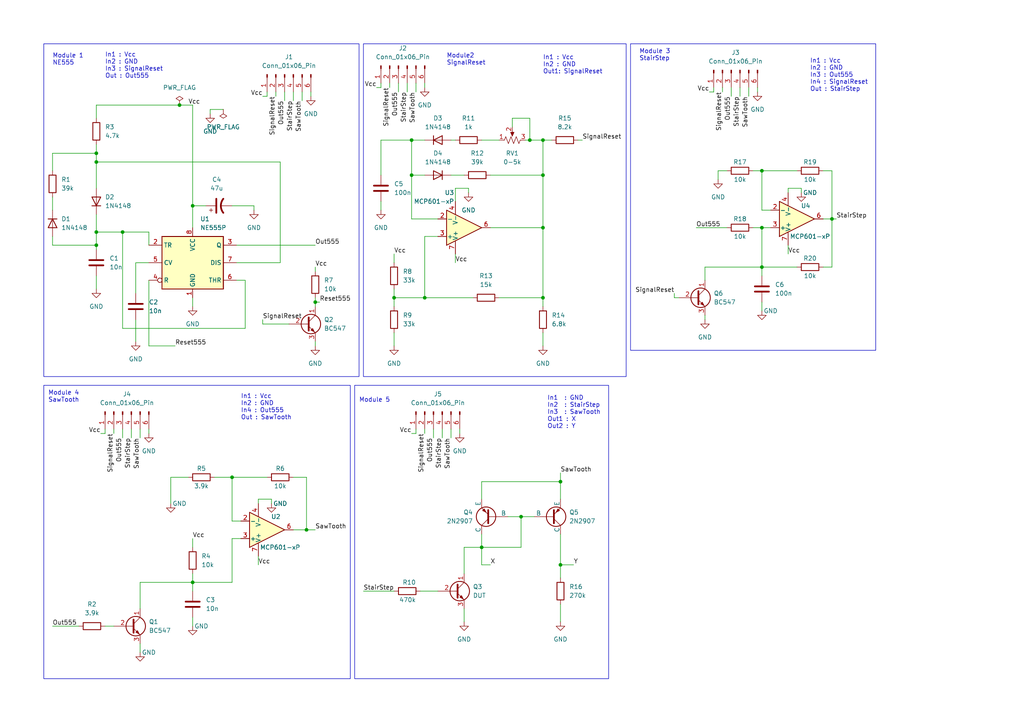
<source format=kicad_sch>
(kicad_sch (version 20230121) (generator eeschema)
  (paper "A4")
  (lib_symbols
    (symbol "Amplifier_Operational:MCP601-xP" (pin_names (offset 0.127))
      (property "Reference" "U" (at 0 6.35 0))
      (property "Value" "MCP601-xP" (at 0 3.81 0))
      (symbol "MCP601-xP_0_1"
        (polyline (pts (xy -5.08 5.08) (xy 5.08 0) (xy -5.08 -5.08) (xy -5.08 5.08)) (stroke (width 0.254)) (fill (type background)))
      )
      (symbol "MCP601-xP_1_1"
        (pin no_connect line (at -5.08 -2.54 90) (length 2.54) hide (name "NC") (number "1"))
        (pin input line (at -7.62 -2.54 0) (length 2.54) (name "-") (number "2"))
        (pin input line (at -7.62 2.54 0) (length 2.54) (name "+") (number "3"))
        (pin power_in line (at -2.54 -7.62 90) (length 3.81) (name "V-") (number "4"))
        (pin no_connect line (at -2.54 -2.54 90) (length 2.54) hide (name "NC") (number "5"))
        (pin output line (at 7.62 0 180) (length 2.54) (name "~") (number "6"))
        (pin power_in line (at -2.54 7.62 270) (length 3.81) (name "V+") (number "7"))
        (pin no_connect line (at 0 -2.54 90) (length 2.54) hide (name "NC") (number "8"))
      )
    )
    (symbol "Connector:Conn_01x06_Pin" (pin_names (offset 1.016) hide)
      (property "Reference" "J" (at 0 7.62 0))
      (property "Value" "Conn_01x06_Pin" (at 0 -10.16 0))
      (symbol "Conn_01x06_Pin_1_1"
        (polyline (pts (xy 1.27 -7.62) (xy 0.8636 -7.62)) (stroke (width 0.1524)))
        (polyline (pts (xy 1.27 -5.08) (xy 0.8636 -5.08)) (stroke (width 0.1524)))
        (polyline (pts (xy 1.27 -2.54) (xy 0.8636 -2.54)) (stroke (width 0.1524)))
        (polyline (pts (xy 1.27 0) (xy 0.8636 0)) (stroke (width 0.1524)))
        (polyline (pts (xy 1.27 2.54) (xy 0.8636 2.54)) (stroke (width 0.1524)))
        (polyline (pts (xy 1.27 5.08) (xy 0.8636 5.08)) (stroke (width 0.1524)))
        (rectangle (start 0.8636 -7.493) (end 0 -7.747) (stroke (width 0.1524)) (fill (type outline)))
        (rectangle (start 0.8636 -4.953) (end 0 -5.207) (stroke (width 0.1524)) (fill (type outline)))
        (rectangle (start 0.8636 -2.413) (end 0 -2.667) (stroke (width 0.1524)) (fill (type outline)))
        (rectangle (start 0.8636 0.127) (end 0 -0.127) (stroke (width 0.1524)) (fill (type outline)))
        (rectangle (start 0.8636 2.667) (end 0 2.413) (stroke (width 0.1524)) (fill (type outline)))
        (rectangle (start 0.8636 5.207) (end 0 4.953) (stroke (width 0.1524)) (fill (type outline)))
        (pin passive line (at 5.08 5.08 180) (length 3.81) (name "Pin_1") (number "1"))
        (pin passive line (at 5.08 2.54 180) (length 3.81) (name "Pin_2") (number "2"))
        (pin passive line (at 5.08 0 180) (length 3.81) (name "Pin_3") (number "3"))
        (pin passive line (at 5.08 -2.54 180) (length 3.81) (name "Pin_4") (number "4"))
        (pin passive line (at 5.08 -5.08 180) (length 3.81) (name "Pin_5") (number "5"))
        (pin passive line (at 5.08 -7.62 180) (length 3.81) (name "Pin_6") (number "6"))
      )
    )
    (symbol "Device:C" (pin_numbers hide) (pin_names (offset 0.254))
      (property "Reference" "C" (at 0.635 2.54 0))
      (property "Value" "C" (at 0.635 -2.54 0))
      (symbol "C_0_1"
        (polyline (pts (xy -2.032 -0.762) (xy 2.032 -0.762)) (stroke (width 0.508)))
        (polyline (pts (xy -2.032 0.762) (xy 2.032 0.762)) (stroke (width 0.508)))
      )
      (symbol "C_1_1"
        (pin passive line (at 0 3.81 270) (length 2.794) (name "~") (number "1"))
        (pin passive line (at 0 -3.81 90) (length 2.794) (name "~") (number "2"))
      )
    )
    (symbol "Device:C_Polarized_US" (pin_numbers hide) (pin_names (offset 0.254) hide)
      (property "Reference" "C" (at 0.635 2.54 0))
      (property "Value" "C_Polarized_US" (at 0.635 -2.54 0))
      (symbol "C_Polarized_US_0_1"
        (polyline (pts (xy -2.032 0.762) (xy 2.032 0.762)) (stroke (width 0.508)))
        (polyline (pts (xy -1.778 2.286) (xy -0.762 2.286)))
        (polyline (pts (xy -1.27 1.778) (xy -1.27 2.794)))
        (arc (start 2.032 -1.27) (mid 0 -0.5572) (end -2.032 -1.27) (stroke (width 0.508)))
      )
      (symbol "C_Polarized_US_1_1"
        (pin passive line (at 0 3.81 270) (length 2.794) (name "~") (number "1"))
        (pin passive line (at 0 -3.81 90) (length 3.302) (name "~") (number "2"))
      )
    )
    (symbol "Device:D" (pin_numbers hide) (pin_names (offset 1.016) hide)
      (property "Reference" "D" (at 0 2.54 0))
      (property "Value" "D" (at 0 -2.54 0))
      (symbol "D_0_1"
        (polyline (pts (xy -1.27 1.27) (xy -1.27 -1.27)) (stroke (width 0.254)))
        (polyline (pts (xy 1.27 0) (xy -1.27 0)))
        (polyline (pts (xy 1.27 1.27) (xy 1.27 -1.27) (xy -1.27 0) (xy 1.27 1.27)) (stroke (width 0.254)))
      )
      (symbol "D_1_1"
        (pin passive line (at -3.81 0 0) (length 2.54) (name "K") (number "1"))
        (pin passive line (at 3.81 0 180) (length 2.54) (name "A") (number "2"))
      )
    )
    (symbol "Device:R" (pin_numbers hide) (pin_names (offset 0))
      (property "Reference" "R" (at 2.032 0 90))
      (property "Value" "R" (at 0 0 90))
      (symbol "R_0_1"
        (rectangle (start -1.016 -2.54) (end 1.016 2.54) (stroke (width 0.254)))
      )
      (symbol "R_1_1"
        (pin passive line (at 0 3.81 270) (length 1.27) (name "~") (number "1"))
        (pin passive line (at 0 -3.81 90) (length 1.27) (name "~") (number "2"))
      )
    )
    (symbol "Device:R_Potentiometer_US" (pin_names (offset 1.016) hide)
      (property "Reference" "RV" (at -4.445 0 90))
      (property "Value" "R_Potentiometer_US" (at -2.54 0 90))
      (symbol "R_Potentiometer_US_0_1"
        (polyline (pts (xy 0 -2.286) (xy 0 -2.54)))
        (polyline (pts (xy 0 2.54) (xy 0 2.286)))
        (polyline (pts (xy 2.54 0) (xy 1.524 0)))
        (polyline (pts (xy 1.143 0) (xy 2.286 0.508) (xy 2.286 -0.508) (xy 1.143 0)) (fill (type outline)))
        (polyline (pts (xy 0 -0.762) (xy 1.016 -1.143) (xy 0 -1.524) (xy -1.016 -1.905) (xy 0 -2.286)))
        (polyline (pts (xy 0 0.762) (xy 1.016 0.381) (xy 0 0) (xy -1.016 -0.381) (xy 0 -0.762)))
        (polyline (pts (xy 0 2.286) (xy 1.016 1.905) (xy 0 1.524) (xy -1.016 1.143) (xy 0 0.762)))
      )
      (symbol "R_Potentiometer_US_1_1"
        (pin passive line (at 0 3.81 270) (length 1.27) (name "1") (number "1"))
        (pin passive line (at 3.81 0 180) (length 1.27) (name "2") (number "2"))
        (pin passive line (at 0 -3.81 90) (length 1.27) (name "3") (number "3"))
      )
    )
    (symbol "Simulation_SPICE:PNP" (pin_numbers hide) (pin_names (offset 0))
      (property "Reference" "Q" (at -2.54 7.62 0))
      (property "Value" "PNP" (at -2.54 5.08 0))
      (symbol "PNP_0_1"
        (polyline (pts (xy -2.54 0) (xy 0.635 0)) (stroke (width 0.1524)))
        (polyline (pts (xy 0.635 0.635) (xy 2.54 2.54)))
        (polyline (pts (xy 0.635 -0.635) (xy 2.54 -2.54) (xy 2.54 -2.54)))
        (polyline (pts (xy 0.635 1.905) (xy 0.635 -1.905) (xy 0.635 -1.905)) (stroke (width 0.508)))
        (polyline (pts (xy 2.286 -1.778) (xy 1.778 -2.286) (xy 1.27 -1.27) (xy 2.286 -1.778) (xy 2.286 -1.778)) (fill (type outline)))
        (circle (center 1.27 0) (radius 2.8194) (stroke (width 0.254)))
      )
      (symbol "PNP_1_1"
        (pin open_collector line (at 2.54 5.08 270) (length 2.54) (name "C") (number "1"))
        (pin input line (at -5.08 0 0) (length 2.54) (name "B") (number "2"))
        (pin open_emitter line (at 2.54 -5.08 90) (length 2.54) (name "E") (number "3"))
      )
    )
    (symbol "Timer:NE555P"
      (property "Reference" "U" (at -10.16 8.89 0))
      (property "Value" "NE555P" (at 2.54 8.89 0))
      (symbol "NE555P_0_0"
        (pin power_in line (at 0 -10.16 90) (length 2.54) (name "GND") (number "1"))
        (pin power_in line (at 0 10.16 270) (length 2.54) (name "VCC") (number "8"))
      )
      (symbol "NE555P_0_1"
        (rectangle (start -8.89 -7.62) (end 8.89 7.62) (stroke (width 0.254)) (fill (type background)))
        (rectangle (start -8.89 -7.62) (end 8.89 7.62) (stroke (width 0.254)) (fill (type background)))
      )
      (symbol "NE555P_1_1"
        (pin input line (at -12.7 5.08 0) (length 3.81) (name "TR") (number "2"))
        (pin output line (at 12.7 5.08 180) (length 3.81) (name "Q") (number "3"))
        (pin input inverted (at -12.7 -5.08 0) (length 3.81) (name "R") (number "4"))
        (pin input line (at -12.7 0 0) (length 3.81) (name "CV") (number "5"))
        (pin input line (at 12.7 -5.08 180) (length 3.81) (name "THR") (number "6"))
        (pin input line (at 12.7 0 180) (length 3.81) (name "DIS") (number "7"))
      )
    )
    (symbol "Transistor_BJT:BC547" (pin_names (offset 0) hide)
      (property "Reference" "Q" (at 5.08 1.905 0))
      (property "Value" "BC547" (at 5.08 0 0))
      (symbol "BC547_0_1"
        (polyline (pts (xy 0 0) (xy 0.635 0)))
        (polyline (pts (xy 0.635 0.635) (xy 2.54 2.54)))
        (polyline (pts (xy 0.635 -0.635) (xy 2.54 -2.54) (xy 2.54 -2.54)))
        (polyline (pts (xy 0.635 1.905) (xy 0.635 -1.905) (xy 0.635 -1.905)) (stroke (width 0.508)))
        (polyline (pts (xy 1.27 -1.778) (xy 1.778 -1.27) (xy 2.286 -2.286) (xy 1.27 -1.778) (xy 1.27 -1.778)) (fill (type outline)))
        (circle (center 1.27 0) (radius 2.8194) (stroke (width 0.254)))
      )
      (symbol "BC547_1_1"
        (pin passive line (at 2.54 5.08 270) (length 2.54) (name "C") (number "1"))
        (pin input line (at -5.08 0 0) (length 5.08) (name "B") (number "2"))
        (pin passive line (at 2.54 -5.08 90) (length 2.54) (name "E") (number "3"))
      )
    )
    (symbol "power:GND" (power) (pin_names (offset 0))
      (property "Value" "GND" (at 0 -3.81 0))
      (symbol "GND_0_1"
        (polyline (pts (xy 0 0) (xy 0 -1.27) (xy 1.27 -1.27) (xy 0 -2.54) (xy -1.27 -1.27) (xy 0 -1.27)))
      )
      (symbol "GND_1_1"
        (pin power_in line (at 0 0 270) (length 0) hide (name "GND") (number "1"))
      )
    )
    (symbol "power:PWR_FLAG" (power) (pin_numbers hide) (pin_names (offset 0) hide)
      (property "Value" "PWR_FLAG" (at 0 3.81 0))
      (symbol "PWR_FLAG_0_0"
        (pin power_out line (at 0 0 90) (length 0) (name "pwr") (number "1"))
      )
      (symbol "PWR_FLAG_0_1"
        (polyline (pts (xy 0 0) (xy 0 1.27) (xy -1.016 1.905) (xy 0 2.54) (xy 1.016 1.905) (xy 0 1.27)))
      )
    )
  )
  (junction (at 67.31 138.43))
  (junction (at 55.88 168.91))
  (junction (at 153.67 40.64))
  (junction (at 151.13 149.86))
  (junction (at 139.7 158.75))
  (junction (at 220.98 66.04))
  (junction (at 114.3 86.36))
  (junction (at 157.48 66.04))
  (junction (at 119.38 40.64))
  (junction (at 27.94 46.99))
  (junction (at 91.44 87.63))
  (junction (at 157.48 50.8))
  (junction (at 119.38 50.8))
  (junction (at 220.98 77.47))
  (junction (at 220.98 49.53))
  (junction (at 52.07 30.48))
  (junction (at 123.19 86.36))
  (junction (at 162.56 163.83))
  (junction (at 241.3 63.5))
  (junction (at 55.88 59.69))
  (junction (at 27.94 71.12))
  (junction (at 162.56 139.7))
  (junction (at 35.56 67.31))
  (junction (at 88.9 153.67))
  (junction (at 157.48 40.64))
  (junction (at 27.94 44.45))
  (junction (at 27.94 67.31))
  (junction (at 157.48 86.36))
  (wire (pts (xy 30.48 181.61) (xy 33.02 181.61)))
  (wire (pts (xy 210.82 49.53) (xy 208.28 49.53)))
  (wire (pts (xy 114.3 86.36) (xy 114.3 88.9)))
  (wire (pts (xy 123.19 24.13) (xy 123.19 25.4)))
  (wire (pts (xy 30.48 125.73) (xy 29.21 125.73)))
  (wire (pts (xy 105.41 171.45) (xy 114.3 171.45)))
  (wire (pts (xy 220.98 49.53) (xy 220.98 60.96)))
  (wire (pts (xy 132.08 58.42) (xy 132.08 54.61)))
  (wire (pts (xy 139.7 40.64) (xy 144.78 40.64)))
  (wire (pts (xy 127 68.58) (xy 123.19 68.58)))
  (wire (pts (xy 241.3 63.5) (xy 242.57 63.5)))
  (wire (pts (xy 212.09 25.4) (xy 212.09 27.94)))
  (wire (pts (xy 162.56 163.83) (xy 162.56 167.64)))
  (wire (pts (xy 123.19 124.46) (xy 123.19 125.73)))
  (wire (pts (xy 85.09 138.43) (xy 88.9 138.43)))
  (wire (pts (xy 76.2 92.71) (xy 76.2 93.98)))
  (wire (pts (xy 27.94 67.31) (xy 27.94 71.12)))
  (wire (pts (xy 91.44 77.47) (xy 91.44 78.74)))
  (wire (pts (xy 35.56 67.31) (xy 35.56 95.25)))
  (wire (pts (xy 27.94 71.12) (xy 27.94 72.39)))
  (wire (pts (xy 67.31 156.21) (xy 67.31 168.91)))
  (wire (pts (xy 218.44 66.04) (xy 220.98 66.04)))
  (wire (pts (xy 223.52 60.96) (xy 220.98 60.96)))
  (wire (pts (xy 119.38 50.8) (xy 123.19 50.8)))
  (wire (pts (xy 135.89 54.61) (xy 135.89 55.88)))
  (wire (pts (xy 55.88 59.69) (xy 55.88 66.04)))
  (wire (pts (xy 139.7 139.7) (xy 162.56 139.7)))
  (wire (pts (xy 90.17 26.67) (xy 90.17 27.94)))
  (wire (pts (xy 139.7 144.78) (xy 139.7 139.7)))
  (wire (pts (xy 152.4 40.64) (xy 153.67 40.64)))
  (wire (pts (xy 162.56 137.16) (xy 162.56 139.7)))
  (wire (pts (xy 68.58 81.28) (xy 71.12 81.28)))
  (wire (pts (xy 73.66 59.69) (xy 73.66 60.96)))
  (wire (pts (xy 27.94 44.45) (xy 27.94 46.99)))
  (wire (pts (xy 80.01 26.67) (xy 80.01 27.94)))
  (wire (pts (xy 204.47 91.44) (xy 204.47 92.71)))
  (wire (pts (xy 78.74 144.78) (xy 78.74 146.05)))
  (wire (pts (xy 162.56 139.7) (xy 162.56 144.78)))
  (wire (pts (xy 162.56 163.83) (xy 166.37 163.83)))
  (wire (pts (xy 209.55 25.4) (xy 209.55 26.67)))
  (wire (pts (xy 241.3 63.5) (xy 241.3 77.47)))
  (wire (pts (xy 132.08 54.61) (xy 135.89 54.61)))
  (wire (pts (xy 64.77 31.75) (xy 60.96 31.75)))
  (wire (pts (xy 148.59 36.83) (xy 148.59 34.29)))
  (wire (pts (xy 88.9 153.67) (xy 91.44 153.67)))
  (wire (pts (xy 39.37 76.2) (xy 39.37 85.09)))
  (wire (pts (xy 130.81 124.46) (xy 130.81 127)))
  (wire (pts (xy 88.9 138.43) (xy 88.9 153.67)))
  (wire (pts (xy 27.94 41.91) (xy 27.94 44.45)))
  (wire (pts (xy 120.65 124.46) (xy 120.65 125.73)))
  (wire (pts (xy 123.19 86.36) (xy 137.16 86.36)))
  (wire (pts (xy 55.88 30.48) (xy 55.88 59.69)))
  (wire (pts (xy 43.18 100.33) (xy 43.18 81.28)))
  (wire (pts (xy 195.58 85.09) (xy 195.58 86.36)))
  (wire (pts (xy 110.49 24.13) (xy 110.49 25.4)))
  (wire (pts (xy 27.94 46.99) (xy 81.28 46.99)))
  (wire (pts (xy 62.23 138.43) (xy 67.31 138.43)))
  (wire (pts (xy 52.07 30.48) (xy 55.88 30.48)))
  (wire (pts (xy 77.47 26.67) (xy 77.47 27.94)))
  (wire (pts (xy 157.48 40.64) (xy 160.02 40.64)))
  (wire (pts (xy 35.56 67.31) (xy 43.18 67.31)))
  (wire (pts (xy 35.56 95.25) (xy 71.12 95.25)))
  (wire (pts (xy 220.98 87.63) (xy 220.98 90.17)))
  (wire (pts (xy 115.57 24.13) (xy 115.57 26.67)))
  (wire (pts (xy 91.44 86.36) (xy 91.44 87.63)))
  (wire (pts (xy 214.63 25.4) (xy 214.63 27.94)))
  (wire (pts (xy 125.73 124.46) (xy 125.73 127)))
  (wire (pts (xy 218.44 49.53) (xy 220.98 49.53)))
  (wire (pts (xy 128.27 124.46) (xy 128.27 127)))
  (wire (pts (xy 91.44 87.63) (xy 92.71 87.63)))
  (wire (pts (xy 67.31 138.43) (xy 77.47 138.43)))
  (wire (pts (xy 241.3 49.53) (xy 241.3 63.5)))
  (wire (pts (xy 120.65 125.73) (xy 119.38 125.73)))
  (wire (pts (xy 232.41 54.61) (xy 232.41 55.88)))
  (wire (pts (xy 35.56 124.46) (xy 35.56 127)))
  (wire (pts (xy 113.03 24.13) (xy 113.03 25.4)))
  (wire (pts (xy 74.93 146.05) (xy 74.93 144.78)))
  (wire (pts (xy 69.85 151.13) (xy 67.31 151.13)))
  (wire (pts (xy 207.01 26.67) (xy 205.74 26.67)))
  (wire (pts (xy 114.3 96.52) (xy 114.3 100.33)))
  (wire (pts (xy 144.78 86.36) (xy 157.48 86.36)))
  (wire (pts (xy 15.24 57.15) (xy 15.24 60.96)))
  (wire (pts (xy 220.98 66.04) (xy 220.98 77.47)))
  (wire (pts (xy 228.6 54.61) (xy 232.41 54.61)))
  (wire (pts (xy 110.49 50.8) (xy 110.49 40.64)))
  (wire (pts (xy 121.92 171.45) (xy 127 171.45)))
  (wire (pts (xy 207.01 25.4) (xy 207.01 26.67)))
  (wire (pts (xy 154.94 149.86) (xy 151.13 149.86)))
  (wire (pts (xy 119.38 40.64) (xy 123.19 40.64)))
  (wire (pts (xy 67.31 138.43) (xy 67.31 151.13)))
  (wire (pts (xy 71.12 81.28) (xy 71.12 95.25)))
  (wire (pts (xy 55.88 156.21) (xy 55.88 158.75)))
  (wire (pts (xy 132.08 73.66) (xy 132.08 76.2)))
  (wire (pts (xy 15.24 71.12) (xy 27.94 71.12)))
  (wire (pts (xy 40.64 176.53) (xy 40.64 168.91)))
  (wire (pts (xy 139.7 154.94) (xy 139.7 158.75)))
  (wire (pts (xy 134.62 158.75) (xy 139.7 158.75)))
  (wire (pts (xy 68.58 76.2) (xy 81.28 76.2)))
  (wire (pts (xy 147.32 149.86) (xy 151.13 149.86)))
  (wire (pts (xy 118.11 24.13) (xy 118.11 26.67)))
  (wire (pts (xy 110.49 25.4) (xy 109.22 25.4)))
  (wire (pts (xy 114.3 73.66) (xy 114.3 76.2)))
  (wire (pts (xy 67.31 168.91) (xy 55.88 168.91)))
  (wire (pts (xy 39.37 92.71) (xy 39.37 99.06)))
  (wire (pts (xy 134.62 176.53) (xy 134.62 180.34)))
  (wire (pts (xy 119.38 50.8) (xy 119.38 40.64)))
  (wire (pts (xy 74.93 161.29) (xy 74.93 163.83)))
  (wire (pts (xy 43.18 100.33) (xy 50.8 100.33)))
  (wire (pts (xy 134.62 166.37) (xy 134.62 158.75)))
  (wire (pts (xy 157.48 40.64) (xy 157.48 50.8)))
  (wire (pts (xy 77.47 27.94) (xy 76.2 27.94)))
  (wire (pts (xy 49.53 138.43) (xy 54.61 138.43)))
  (wire (pts (xy 91.44 87.63) (xy 91.44 88.9)))
  (wire (pts (xy 220.98 77.47) (xy 220.98 80.01)))
  (wire (pts (xy 27.94 46.99) (xy 27.94 54.61)))
  (wire (pts (xy 15.24 68.58) (xy 15.24 71.12)))
  (wire (pts (xy 91.44 99.06) (xy 91.44 100.33)))
  (wire (pts (xy 148.59 34.29) (xy 153.67 34.29)))
  (wire (pts (xy 219.71 25.4) (xy 219.71 26.67)))
  (wire (pts (xy 204.47 77.47) (xy 204.47 81.28)))
  (wire (pts (xy 238.76 77.47) (xy 241.3 77.47)))
  (wire (pts (xy 82.55 26.67) (xy 82.55 29.21)))
  (wire (pts (xy 238.76 49.53) (xy 241.3 49.53)))
  (wire (pts (xy 15.24 181.61) (xy 22.86 181.61)))
  (wire (pts (xy 228.6 71.12) (xy 228.6 73.66)))
  (wire (pts (xy 30.48 124.46) (xy 30.48 125.73)))
  (wire (pts (xy 139.7 158.75) (xy 139.7 163.83)))
  (wire (pts (xy 110.49 58.42) (xy 110.49 60.96)))
  (wire (pts (xy 127 63.5) (xy 119.38 63.5)))
  (wire (pts (xy 114.3 86.36) (xy 123.19 86.36)))
  (wire (pts (xy 130.81 50.8) (xy 134.62 50.8)))
  (wire (pts (xy 85.09 26.67) (xy 85.09 29.21)))
  (wire (pts (xy 76.2 93.98) (xy 83.82 93.98)))
  (wire (pts (xy 162.56 175.26) (xy 162.56 180.34)))
  (wire (pts (xy 142.24 50.8) (xy 157.48 50.8)))
  (wire (pts (xy 55.88 86.36) (xy 55.88 88.9)))
  (wire (pts (xy 43.18 76.2) (xy 39.37 76.2)))
  (wire (pts (xy 55.88 168.91) (xy 55.88 171.45)))
  (wire (pts (xy 208.28 49.53) (xy 208.28 52.07)))
  (wire (pts (xy 27.94 34.29) (xy 27.94 30.48)))
  (wire (pts (xy 43.18 124.46) (xy 43.18 125.73)))
  (wire (pts (xy 195.58 86.36) (xy 196.85 86.36)))
  (wire (pts (xy 110.49 40.64) (xy 119.38 40.64)))
  (wire (pts (xy 142.24 66.04) (xy 157.48 66.04)))
  (wire (pts (xy 157.48 66.04) (xy 157.48 86.36)))
  (wire (pts (xy 67.31 59.69) (xy 73.66 59.69)))
  (wire (pts (xy 69.85 156.21) (xy 67.31 156.21)))
  (wire (pts (xy 217.17 25.4) (xy 217.17 27.94)))
  (wire (pts (xy 228.6 55.88) (xy 228.6 54.61)))
  (wire (pts (xy 40.64 124.46) (xy 40.64 127)))
  (wire (pts (xy 59.69 59.69) (xy 55.88 59.69)))
  (wire (pts (xy 27.94 62.23) (xy 27.94 67.31)))
  (wire (pts (xy 133.35 124.46) (xy 133.35 125.73)))
  (wire (pts (xy 120.65 24.13) (xy 120.65 26.67)))
  (wire (pts (xy 142.24 163.83) (xy 139.7 163.83)))
  (wire (pts (xy 74.93 144.78) (xy 78.74 144.78)))
  (wire (pts (xy 49.53 146.05) (xy 49.53 138.43)))
  (wire (pts (xy 139.7 158.75) (xy 151.13 158.75)))
  (wire (pts (xy 162.56 154.94) (xy 162.56 163.83)))
  (wire (pts (xy 55.88 166.37) (xy 55.88 168.91)))
  (wire (pts (xy 167.64 40.64) (xy 168.91 40.64)))
  (wire (pts (xy 38.1 124.46) (xy 38.1 127)))
  (wire (pts (xy 157.48 50.8) (xy 157.48 66.04)))
  (wire (pts (xy 27.94 80.01) (xy 27.94 83.82)))
  (wire (pts (xy 151.13 149.86) (xy 151.13 158.75)))
  (wire (pts (xy 33.02 124.46) (xy 33.02 125.73)))
  (wire (pts (xy 81.28 76.2) (xy 81.28 46.99)))
  (wire (pts (xy 220.98 66.04) (xy 223.52 66.04)))
  (wire (pts (xy 43.18 71.12) (xy 43.18 67.31)))
  (wire (pts (xy 27.94 30.48) (xy 52.07 30.48)))
  (wire (pts (xy 231.14 77.47) (xy 220.98 77.47)))
  (wire (pts (xy 114.3 83.82) (xy 114.3 86.36)))
  (wire (pts (xy 55.88 179.07) (xy 55.88 181.61)))
  (wire (pts (xy 220.98 49.53) (xy 231.14 49.53)))
  (wire (pts (xy 130.81 40.64) (xy 132.08 40.64)))
  (wire (pts (xy 157.48 88.9) (xy 157.48 86.36)))
  (wire (pts (xy 27.94 67.31) (xy 35.56 67.31)))
  (wire (pts (xy 68.58 71.12) (xy 91.44 71.12)))
  (wire (pts (xy 85.09 153.67) (xy 88.9 153.67)))
  (wire (pts (xy 60.96 31.75) (xy 60.96 33.02)))
  (wire (pts (xy 15.24 49.53) (xy 15.24 44.45)))
  (wire (pts (xy 40.64 186.69) (xy 40.64 189.23)))
  (wire (pts (xy 153.67 34.29) (xy 153.67 40.64)))
  (wire (pts (xy 119.38 63.5) (xy 119.38 50.8)))
  (wire (pts (xy 153.67 40.64) (xy 157.48 40.64)))
  (wire (pts (xy 201.93 66.04) (xy 210.82 66.04)))
  (wire (pts (xy 157.48 96.52) (xy 157.48 100.33)))
  (wire (pts (xy 40.64 168.91) (xy 55.88 168.91)))
  (wire (pts (xy 204.47 77.47) (xy 220.98 77.47)))
  (wire (pts (xy 238.76 63.5) (xy 241.3 63.5)))
  (wire (pts (xy 87.63 26.67) (xy 87.63 29.21)))
  (wire (pts (xy 15.24 44.45) (xy 27.94 44.45)))
  (wire (pts (xy 123.19 68.58) (xy 123.19 86.36)))
  (rectangle (start 182.88 12.7) (end 254 101.6))
  (rectangle (start 102.87 111.76) (end 176.53 196.85))
  (rectangle (start 12.7 12.7) (end 104.14 109.22))
  (rectangle (start 12.7 111.76) (end 101.6 196.85))
  (rectangle (start 105.41 12.7) (end 181.61 109.22))
  (text "Module2\nSignalReset" (at 129.54 19.05 0) (effects (font (size 1.27 1.27)) (justify left bottom)))
  (text "Module 1\nNE555" (at 15.24 19.05 0) (effects (font (size 1.27 1.27)) (justify left bottom)))
  (text "In1 : Vcc\nIn2 : GND\nIn4 : Out555\nOut : SawTooth" (at 69.85 121.92 0) (effects (font (size 1.27 1.27)) (justify left bottom)))
  (text "In1 : Vcc\nIn2 : GND\nIn3 : SignalReset\nOut : Out555" (at 30.48 22.86 0) (effects (font (size 1.27 1.27)) (justify left bottom)))
  (text "Module 5" (at 104.14 116.84 0) (effects (font (size 1.27 1.27)) (justify left bottom)))
  (text "In1  : GND\nIn2  : StairStep\nIn3  : SawTooth\nOut1 : X\nOut2 : Y" (at 158.75 124.46 0) (effects (font (size 1.27 1.27)) (justify left bottom)))
  (text "In1 : Vcc\nIn2 : GND\nIn3 : Out555\nIn4 : SignalReset\nOut : StairStep" (at 234.95 26.67 0) (effects (font (size 1.27 1.27)) (justify left bottom)))
  (text "Module 4\nSawTooth" (at 13.97 116.84 0) (effects (font (size 1.27 1.27)) (justify left bottom)))
  (text "Module 3\nStairStep" (at 185.42 17.78 0) (effects (font (size 1.27 1.27)) (justify left bottom)))
  (text "In1 : Vcc\nIn2 : GND\nOut1: SignalReset" (at 157.48 21.59 0) (effects (font (size 1.27 1.27)) (justify left bottom)))
  (label "StairStep" (at 128.27 127 270))
  (label "SawTooth" (at 87.63 29.21 270))
  (label "SignalReset" (at 195.58 85.09 180))
  (label "SignalReset" (at 123.19 125.73 270))
  (label "Vcc" (at 119.38 125.73 180))
  (label "StairStep" (at 38.1 127 270))
  (label "Vcc" (at 132.08 76.2 0))
  (label "Out555" (at 115.57 26.67 270))
  (label "StairStep" (at 105.41 171.45 0))
  (label "Y" (at 166.37 163.83 0))
  (label "Vcc" (at 91.44 77.47 0))
  (label "Reset555" (at 50.8 100.33 0))
  (label "StairStep" (at 118.11 26.67 270))
  (label "Reset555" (at 92.71 87.63 0))
  (label "SignalReset" (at 168.91 40.64 0))
  (label "SawTooth" (at 162.56 137.16 0))
  (label "SawTooth" (at 40.64 127 270))
  (label "Out555" (at 15.24 181.61 0))
  (label "Out555" (at 82.55 29.21 270))
  (label "SignalReset" (at 113.03 25.4 270))
  (label "SignalReset" (at 33.02 125.73 270))
  (label "SignalReset" (at 80.01 27.94 270))
  (label "Vcc" (at 76.2 27.94 180))
  (label "Out555" (at 35.56 127 270))
  (label "Vcc" (at 205.74 26.67 180))
  (label "Vcc" (at 114.3 73.66 0))
  (label "SawTooth" (at 91.44 153.67 0))
  (label "Vcc" (at 54.61 30.48 0))
  (label "X" (at 142.24 163.83 0))
  (label "StairStep" (at 214.63 27.94 270))
  (label "Out555" (at 125.73 127 270))
  (label "Vcc" (at 228.6 73.66 0))
  (label "StairStep" (at 242.57 63.5 0))
  (label "Out555" (at 91.44 71.12 0))
  (label "SignalReset" (at 209.55 26.67 270))
  (label "Out555" (at 201.93 66.04 0))
  (label "Vcc" (at 55.88 156.21 0))
  (label "Vcc" (at 29.21 125.73 180))
  (label "Out555" (at 212.09 27.94 270))
  (label "SawTooth" (at 130.81 127 270))
  (label "Vcc" (at 109.22 25.4 180))
  (label "SawTooth" (at 120.65 26.67 270))
  (label "StairStep" (at 85.09 29.21 270))
  (label "SawTooth" (at 217.17 27.94 270))
  (label "SignalReset" (at 76.2 92.71 0))
  (label "Vcc" (at 74.93 163.83 0))
  (symbol (lib_id "Device:R") (at 15.24 53.34 0) (unit 1)
    (property "Reference" "R1" (at 17.78 52.07 0) (effects (justify left)))
    (property "Value" "39k" (at 17.78 54.61 0) (effects (justify left)))
    (property "Footprint" "Resistor_THT:R_Axial_DIN0411_L9.9mm_D3.6mm_P15.24mm_Horizontal" (effects hide))
  )
  (symbol (lib_id "power:GND") (at 220.98 90.17 0) (unit 1)
    (property "Reference" "#PWR025" (effects hide))
    (property "Value" "GND" (at 223.52 90.17 0))
  )
  (symbol (lib_id "power:GND") (at 110.49 60.96 0) (unit 1)
    (property "Reference" "#PWR014" (effects hide))
    (property "Value" "GND" (at 110.49 66.04 0))
  )
  (symbol (lib_id "Simulation_SPICE:PNP") (at 160.02 149.86 0) (mirror x) (unit 1)
    (property "Reference" "Q5" (at 165.1 148.59 0) (effects (justify left)))
    (property "Value" "2N2907" (at 165.1 151.13 0) (effects (justify left)))
    (property "Footprint" "Package_TO_SOT_THT:TO-92_Inline" (effects hide))
    (property "Sim.Device" "PNP" (effects hide))
    (property "Sim.Type" "GUMMELPOON" (effects hide))
    (property "Sim.Pins" "1=C 2=B 3=E" (effects hide))
  )
  (symbol (lib_id "power:GND") (at 114.3 100.33 0) (unit 1)
    (property "Reference" "#PWR015" (effects hide))
    (property "Value" "GND" (at 114.3 105.41 0))
  )
  (symbol (lib_id "Device:R") (at 91.44 82.55 180) (unit 1)
    (property "Reference" "R7" (at 93.98 81.28 0) (effects (justify right)))
    (property "Value" "10k" (at 93.98 83.82 0) (effects (justify right)))
    (property "Footprint" "Resistor_THT:R_Axial_DIN0411_L9.9mm_D3.6mm_P15.24mm_Horizontal" (effects hide))
  )
  (symbol (lib_id "Amplifier_Operational:MCP601-xP") (at 231.14 63.5 0) (mirror x) (unit 1)
    (property "Reference" "U4" (at 233.68 59.69 0))
    (property "Value" "MCP601-xP" (at 234.95 68.58 0))
    (property "Footprint" "Package_DIP:DIP-8_W7.62mm" (effects hide))
    (property "Datasheet" "http://ww1.microchip.com/downloads/en/DeviceDoc/21314g.pdf" (effects hide))
  )
  (symbol (lib_id "Device:R") (at 214.63 49.53 270) (unit 1)
    (property "Reference" "R17" (at 214.63 46.99 90))
    (property "Value" "10k" (at 214.63 52.07 90))
    (property "Footprint" "Resistor_THT:R_Axial_DIN0411_L9.9mm_D3.6mm_P15.24mm_Horizontal" (effects hide))
  )
  (symbol (lib_id "Amplifier_Operational:MCP601-xP") (at 77.47 153.67 0) (mirror x) (unit 1)
    (property "Reference" "U2" (at 80.01 149.86 0))
    (property "Value" "MCP601-xP" (at 81.28 158.75 0))
    (property "Footprint" "Package_DIP:DIP-8_W7.62mm" (effects hide))
    (property "Datasheet" "http://ww1.microchip.com/downloads/en/DeviceDoc/21314g.pdf" (effects hide))
  )
  (symbol (lib_id "Device:R") (at 234.95 77.47 270) (unit 1)
    (property "Reference" "R20" (at 234.95 74.93 90))
    (property "Value" "10k" (at 234.95 80.01 90))
    (property "Footprint" "Resistor_THT:R_Axial_DIN0411_L9.9mm_D3.6mm_P15.24mm_Horizontal" (effects hide))
  )
  (symbol (lib_id "Device:R") (at 140.97 86.36 90) (unit 1)
    (property "Reference" "R13" (at 140.97 80.01 90))
    (property "Value" "15k" (at 140.97 82.55 90))
    (property "Footprint" "Resistor_THT:R_Axial_DIN0411_L9.9mm_D3.6mm_P15.24mm_Horizontal" (effects hide))
  )
  (symbol (lib_id "Device:C") (at 27.94 76.2 0) (unit 1)
    (property "Reference" "C1" (at 31.75 74.93 0) (effects (justify left)))
    (property "Value" "10n" (at 31.75 77.47 0) (effects (justify left)))
    (property "Footprint" "Capacitor_THT:C_Disc_D7.5mm_W2.5mm_P5.00mm" (effects hide))
  )
  (symbol (lib_id "power:GND") (at 60.96 33.02 0) (unit 1)
    (property "Reference" "#PWR08" (effects hide))
    (property "Value" "GND" (at 60.96 38.1 0))
  )
  (symbol (lib_id "Device:C_Polarized_US") (at 63.5 59.69 90) (unit 1)
    (property "Reference" "C4" (at 62.865 52.07 90))
    (property "Value" "47u" (at 62.865 54.61 90))
    (property "Footprint" "Capacitor_THT:CP_Radial_D13.0mm_P5.00mm" (effects hide))
  )
  (symbol (lib_id "Amplifier_Operational:MCP601-xP") (at 134.62 66.04 0) (mirror x) (unit 1)
    (property "Reference" "U3" (at 131.7341 55.88 0) (effects (justify right)))
    (property "Value" "MCP601-xP" (at 131.7341 58.42 0) (effects (justify right)))
    (property "Footprint" "Package_DIP:DIP-8_W7.62mm" (effects hide))
    (property "Datasheet" "http://ww1.microchip.com/downloads/en/DeviceDoc/21314g.pdf" (effects hide))
  )
  (symbol (lib_id "power:GND") (at 162.56 180.34 0) (unit 1)
    (property "Reference" "#PWR021" (effects hide))
    (property "Value" "GND" (at 162.56 185.42 0))
  )
  (symbol (lib_id "power:GND") (at 208.28 52.07 0) (unit 1)
    (property "Reference" "#PWR023" (effects hide))
    (property "Value" "GND" (at 208.28 57.15 0))
  )
  (symbol (lib_id "Device:R") (at 81.28 138.43 270) (unit 1)
    (property "Reference" "R6" (at 81.28 135.89 90))
    (property "Value" "10k" (at 81.28 140.97 90))
    (property "Footprint" "Resistor_THT:R_Axial_DIN0411_L9.9mm_D3.6mm_P15.24mm_Horizontal" (effects hide))
  )
  (symbol (lib_id "Device:D") (at 127 40.64 0) (unit 1)
    (property "Reference" "D3" (at 127 34.29 0))
    (property "Value" "1N4148" (at 127 36.83 0))
    (property "Footprint" "Diode_THT:D_DO-15_P15.24mm_Horizontal" (effects hide))
    (property "Sim.Device" "D" (effects hide))
    (property "Sim.Pins" "1=K 2=A" (effects hide))
  )
  (symbol (lib_id "power:GND") (at 123.19 25.4 0) (unit 1)
    (property "Reference" "#PWR016" (effects hide))
    (property "Value" "GND" (at 123.19 30.48 0))
  )
  (symbol (lib_id "Connector:Conn_01x06_Pin") (at 82.55 21.59 90) (mirror x) (unit 1)
    (property "Reference" "J1" (at 83.82 16.51 90))
    (property "Value" "Conn_01x06_Pin" (at 83.82 19.05 90))
    (property "Footprint" "Connector_PinHeader_2.54mm:PinHeader_1x06_P2.54mm_Horizontal" (effects hide))
  )
  (symbol (lib_id "Device:R") (at 163.83 40.64 90) (unit 1)
    (property "Reference" "R15" (at 163.83 34.29 90))
    (property "Value" "8.2k" (at 163.83 36.83 90))
    (property "Footprint" "Resistor_THT:R_Axial_DIN0411_L9.9mm_D3.6mm_P15.24mm_Horizontal" (effects hide))
  )
  (symbol (lib_id "power:GND") (at 204.47 92.71 0) (unit 1)
    (property "Reference" "#PWR022" (effects hide))
    (property "Value" "GND" (at 204.47 97.79 0))
  )
  (symbol (lib_id "power:GND") (at 91.44 100.33 0) (unit 1)
    (property "Reference" "#PWR013" (effects hide))
    (property "Value" "GND" (at 91.44 105.41 0))
  )
  (symbol (lib_id "Device:C") (at 110.49 54.61 0) (unit 1)
    (property "Reference" "C5" (at 114.3 53.34 0) (effects (justify left)))
    (property "Value" "100n" (at 114.3 55.88 0) (effects (justify left)))
    (property "Footprint" "Capacitor_THT:C_Disc_D7.5mm_W2.5mm_P5.00mm" (effects hide))
  )
  (symbol (lib_id "power:GND") (at 90.17 27.94 0) (unit 1)
    (property "Reference" "#PWR012" (effects hide))
    (property "Value" "GND" (at 90.17 33.02 0))
  )
  (symbol (lib_id "Device:R") (at 55.88 162.56 0) (unit 1)
    (property "Reference" "R4" (at 58.42 161.29 0) (effects (justify left)))
    (property "Value" "10k" (at 58.42 163.83 0) (effects (justify left)))
    (property "Footprint" "Resistor_THT:R_Axial_DIN0411_L9.9mm_D3.6mm_P15.24mm_Horizontal" (effects hide))
  )
  (symbol (lib_id "Device:R") (at 114.3 92.71 0) (unit 1)
    (property "Reference" "R9" (at 116.84 91.44 0) (effects (justify left)))
    (property "Value" "33k" (at 116.84 93.98 0) (effects (justify left)))
    (property "Footprint" "Resistor_THT:R_Axial_DIN0411_L9.9mm_D3.6mm_P15.24mm_Horizontal" (effects hide))
  )
  (symbol (lib_id "Device:C") (at 220.98 83.82 0) (unit 1)
    (property "Reference" "C6" (at 224.79 82.55 0) (effects (justify left)))
    (property "Value" "100n" (at 224.79 85.09 0) (effects (justify left)))
    (property "Footprint" "Capacitor_THT:C_Disc_D7.5mm_W2.5mm_P5.00mm" (effects hide))
  )
  (symbol (lib_id "power:GND") (at 134.62 180.34 0) (unit 1)
    (property "Reference" "#PWR018" (effects hide))
    (property "Value" "GND" (at 134.62 185.42 0))
  )
  (symbol (lib_id "power:GND") (at 135.89 55.88 0) (unit 1)
    (property "Reference" "#PWR019" (effects hide))
    (property "Value" "GND" (at 135.89 60.96 0))
  )
  (symbol (lib_id "Simulation_SPICE:PNP") (at 142.24 149.86 180) (unit 1)
    (property "Reference" "Q4" (at 137.16 148.59 0) (effects (justify left)))
    (property "Value" "2N2907" (at 137.16 151.13 0) (effects (justify left)))
    (property "Footprint" "Package_TO_SOT_THT:TO-92_Inline" (effects hide))
    (property "Sim.Device" "PNP" (effects hide))
    (property "Sim.Type" "GUMMELPOON" (effects hide))
    (property "Sim.Pins" "1=C 2=B 3=E" (effects hide))
  )
  (symbol (lib_id "Timer:NE555P") (at 55.88 76.2 0) (unit 1)
    (property "Reference" "U1" (at 58.0741 63.5 0) (effects (justify left)))
    (property "Value" "NE555P" (at 58.0741 66.04 0) (effects (justify left)))
    (property "Footprint" "Package_DIP:DIP-8_W7.62mm" (effects hide))
    (property "Datasheet" "http://www.ti.com/lit/ds/symlink/ne555.pdf" (effects hide))
  )
  (symbol (lib_id "Device:R") (at 138.43 50.8 90) (unit 1)
    (property "Reference" "R12" (at 138.43 44.45 90))
    (property "Value" "39k" (at 138.43 46.99 90))
    (property "Footprint" "Resistor_THT:R_Axial_DIN0411_L9.9mm_D3.6mm_P15.24mm_Horizontal" (effects hide))
  )
  (symbol (lib_id "Connector:Conn_01x06_Pin") (at 125.73 119.38 90) (mirror x) (unit 1)
    (property "Reference" "J5" (at 127 114.3 90))
    (property "Value" "Conn_01x06_Pin" (at 127 116.84 90))
    (property "Footprint" "Connector_PinHeader_2.54mm:PinHeader_1x06_P2.54mm_Horizontal" (effects hide))
  )
  (symbol (lib_id "power:PWR_FLAG") (at 64.77 31.75 180) (unit 1)
    (property "Reference" "#FLG02" (effects hide))
    (property "Value" "PWR_FLAG" (at 64.77 36.83 0))
  )
  (symbol (lib_id "Connector:Conn_01x06_Pin") (at 212.09 20.32 90) (mirror x) (unit 1)
    (property "Reference" "J3" (at 213.36 15.24 90))
    (property "Value" "Conn_01x06_Pin" (at 213.36 17.78 90))
    (property "Footprint" "Connector_PinHeader_2.54mm:PinHeader_1x06_P2.54mm_Horizontal" (effects hide))
  )
  (symbol (lib_id "Device:R") (at 118.11 171.45 90) (unit 1)
    (property "Reference" "R10" (at 120.65 168.91 90) (effects (justify left)))
    (property "Value" "470k" (at 120.65 173.99 90) (effects (justify left)))
    (property "Footprint" "Resistor_THT:R_Axial_DIN0411_L9.9mm_D3.6mm_P15.24mm_Horizontal" (effects hide))
  )
  (symbol (lib_id "Device:R") (at 214.63 66.04 270) (unit 1)
    (property "Reference" "R18" (at 214.63 63.5 90))
    (property "Value" "10k" (at 214.63 68.58 90))
    (property "Footprint" "Resistor_THT:R_Axial_DIN0411_L9.9mm_D3.6mm_P15.24mm_Horizontal" (effects hide))
  )
  (symbol (lib_id "Device:C") (at 39.37 88.9 0) (unit 1)
    (property "Reference" "C2" (at 43.18 87.63 0) (effects (justify left)))
    (property "Value" "10n" (at 43.18 90.17 0) (effects (justify left)))
    (property "Footprint" "Capacitor_THT:C_Disc_D7.5mm_W2.5mm_P5.00mm" (effects hide))
  )
  (symbol (lib_id "Device:R_Potentiometer_US") (at 148.59 40.64 90) (unit 1)
    (property "Reference" "RV1" (at 148.59 44.45 90))
    (property "Value" "0-5k" (at 148.59 46.99 90))
    (property "Footprint" "Connector_PinSocket_2.54mm:PinSocket_1x03_P2.54mm_Vertical" (effects hide))
  )
  (symbol (lib_id "power:GND") (at 73.66 60.96 0) (unit 1)
    (property "Reference" "#PWR010" (effects hide))
    (property "Value" "GND" (at 73.66 66.04 0))
  )
  (symbol (lib_id "power:GND") (at 27.94 83.82 0) (unit 1)
    (property "Reference" "#PWR01" (effects hide))
    (property "Value" "GND" (at 27.94 88.9 0))
  )
  (symbol (lib_id "Device:R") (at 157.48 92.71 0) (unit 1)
    (property "Reference" "R14" (at 160.02 91.44 0) (effects (justify left)))
    (property "Value" "6.8k" (at 160.02 93.98 0) (effects (justify left)))
    (property "Footprint" "Resistor_THT:R_Axial_DIN0411_L9.9mm_D3.6mm_P15.24mm_Horizontal" (effects hide))
  )
  (symbol (lib_id "power:GND") (at 43.18 125.73 0) (unit 1)
    (property "Reference" "#PWR04" (effects hide))
    (property "Value" "GND" (at 43.18 130.81 0))
  )
  (symbol (lib_id "Device:D") (at 15.24 64.77 270) (unit 1)
    (property "Reference" "D1" (at 17.78 63.5 90) (effects (justify left)))
    (property "Value" "1N4148" (at 17.78 66.04 90) (effects (justify left)))
    (property "Footprint" "Diode_THT:D_DO-15_P15.24mm_Horizontal" (effects hide))
    (property "Sim.Device" "D" (effects hide))
    (property "Sim.Pins" "1=K 2=A" (effects hide))
  )
  (symbol (lib_id "power:GND") (at 40.64 189.23 0) (unit 1)
    (property "Reference" "#PWR03" (effects hide))
    (property "Value" "GND" (at 43.18 189.23 0))
  )
  (symbol (lib_id "power:GND") (at 39.37 99.06 0) (unit 1)
    (property "Reference" "#PWR02" (effects hide))
    (property "Value" "GND" (at 39.37 104.14 0))
  )
  (symbol (lib_id "Device:R") (at 162.56 171.45 0) (unit 1)
    (property "Reference" "R16" (at 165.1 170.18 0) (effects (justify left)))
    (property "Value" "270k" (at 165.1 172.72 0) (effects (justify left)))
    (property "Footprint" "Resistor_THT:R_Axial_DIN0411_L9.9mm_D3.6mm_P15.24mm_Horizontal" (effects hide))
  )
  (symbol (lib_id "power:GND") (at 49.53 146.05 0) (unit 1)
    (property "Reference" "#PWR05" (effects hide))
    (property "Value" "GND" (at 52.07 146.05 0))
  )
  (symbol (lib_id "power:GND") (at 219.71 26.67 0) (unit 1)
    (property "Reference" "#PWR024" (effects hide))
    (property "Value" "GND" (at 219.71 31.75 0))
  )
  (symbol (lib_id "power:GND") (at 55.88 181.61 0) (unit 1)
    (property "Reference" "#PWR07" (effects hide))
    (property "Value" "GND" (at 58.42 181.61 0))
  )
  (symbol (lib_id "Transistor_BJT:BC547") (at 38.1 181.61 0) (unit 1)
    (property "Reference" "Q1" (at 43.18 180.34 0) (effects (justify left)))
    (property "Value" "BC547" (at 43.18 182.88 0) (effects (justify left)))
    (property "Footprint" "Package_TO_SOT_THT:TO-92_Inline" (effects hide))
    (property "Datasheet" "https://www.onsemi.com/pub/Collateral/BC550-D.pdf" (effects hide))
  )
  (symbol (lib_id "Device:R") (at 234.95 49.53 270) (unit 1)
    (property "Reference" "R19" (at 234.95 46.99 90))
    (property "Value" "10k" (at 234.95 52.07 90))
    (property "Footprint" "Resistor_THT:R_Axial_DIN0411_L9.9mm_D3.6mm_P15.24mm_Horizontal" (effects hide))
  )
  (symbol (lib_id "Device:C") (at 55.88 175.26 0) (unit 1)
    (property "Reference" "C3" (at 59.69 173.99 0) (effects (justify left)))
    (property "Value" "10n" (at 59.69 176.53 0) (effects (justify left)))
    (property "Footprint" "Capacitor_THT:C_Disc_D7.5mm_W2.5mm_P5.00mm" (effects hide))
  )
  (symbol (lib_id "power:PWR_FLAG") (at 52.07 30.48 0) (unit 1)
    (property "Reference" "#FLG01" (effects hide))
    (property "Value" "PWR_FLAG" (at 52.07 25.4 0))
  )
  (symbol (lib_id "Connector:Conn_01x06_Pin") (at 35.56 119.38 90) (mirror x) (unit 1)
    (property "Reference" "J4" (at 36.83 114.3 90))
    (property "Value" "Conn_01x06_Pin" (at 36.83 116.84 90))
    (property "Footprint" "Connector_PinHeader_2.54mm:PinHeader_1x06_P2.54mm_Horizontal" (effects hide))
  )
  (symbol (lib_id "Transistor_BJT:BC547") (at 88.9 93.98 0) (unit 1)
    (property "Reference" "Q2" (at 93.98 92.71 0) (effects (justify left)))
    (property "Value" "BC547" (at 93.98 95.25 0) (effects (justify left)))
    (property "Footprint" "Package_TO_SOT_THT:TO-92_Inline" (effects hide))
    (property "Datasheet" "https://www.onsemi.com/pub/Collateral/BC550-D.pdf" (effects hide))
  )
  (symbol (lib_id "power:GND") (at 78.74 146.05 0) (unit 1)
    (property "Reference" "#PWR011" (effects hide))
    (property "Value" "GND" (at 81.28 146.05 0))
  )
  (symbol (lib_id "Transistor_BJT:BC547") (at 201.93 86.36 0) (unit 1)
    (property "Reference" "Q6" (at 207.01 85.09 0) (effects (justify left)))
    (property "Value" "BC547" (at 207.01 87.63 0) (effects (justify left)))
    (property "Footprint" "Package_TO_SOT_THT:TO-92_Inline" (effects hide))
    (property "Datasheet" "https://www.onsemi.com/pub/Collateral/BC550-D.pdf" (effects hide))
  )
  (symbol (lib_id "Transistor_BJT:BC547") (at 132.08 171.45 0) (unit 1)
    (property "Reference" "Q3" (at 137.16 170.18 0) (effects (justify left)))
    (property "Value" "DUT" (at 137.16 172.72 0) (effects (justify left)))
    (property "Footprint" "Package_TO_SOT_THT:TO-92_Inline" (effects hide))
    (property "Datasheet" "https://www.onsemi.com/pub/Collateral/BC550-D.pdf" (effects hide))
  )
  (symbol (lib_id "power:GND") (at 157.48 100.33 0) (unit 1)
    (property "Reference" "#PWR020" (effects hide))
    (property "Value" "GND" (at 157.48 105.41 0))
  )
  (symbol (lib_id "power:GND") (at 232.41 55.88 0) (unit 1)
    (property "Reference" "#PWR026" (effects hide))
    (property "Value" "GND" (at 234.95 55.88 0))
  )
  (symbol (lib_id "Device:R") (at 58.42 138.43 270) (unit 1)
    (property "Reference" "R5" (at 58.42 135.89 90))
    (property "Value" "3.9k" (at 58.42 140.97 90))
    (property "Footprint" "Resistor_THT:R_Axial_DIN0411_L9.9mm_D3.6mm_P15.24mm_Horizontal" (effects hide))
  )
  (symbol (lib_id "Device:R") (at 114.3 80.01 180) (unit 1)
    (property "Reference" "R8" (at 116.84 78.74 0) (effects (justify right)))
    (property "Value" "33k" (at 116.84 81.28 0) (effects (justify right)))
    (property "Footprint" "Resistor_THT:R_Axial_DIN0411_L9.9mm_D3.6mm_P15.24mm_Horizontal" (effects hide))
  )
  (symbol (lib_id "Device:D") (at 27.94 58.42 90) (unit 1)
    (property "Reference" "D2" (at 30.48 57.15 90) (effects (justify right)))
    (property "Value" "1N4148" (at 30.48 59.69 90) (effects (justify right)))
    (property "Footprint" "Diode_THT:D_DO-15_P15.24mm_Horizontal" (effects hide))
    (property "Sim.Device" "D" (effects hide))
    (property "Sim.Pins" "1=K 2=A" (effects hide))
  )
  (symbol (lib_id "Device:R") (at 26.67 181.61 270) (unit 1)
    (property "Reference" "R2" (at 26.67 175.26 90))
    (property "Value" "3.9k" (at 26.67 177.8 90))
    (property "Footprint" "Resistor_THT:R_Axial_DIN0411_L9.9mm_D3.6mm_P15.24mm_Horizontal" (effects hide))
  )
  (symbol (lib_id "Connector:Conn_01x06_Pin") (at 115.57 19.05 90) (mirror x) (unit 1)
    (property "Reference" "J2" (at 116.84 13.97 90))
    (property "Value" "Conn_01x06_Pin" (at 116.84 16.51 90))
    (property "Footprint" "Connector_PinHeader_2.54mm:PinHeader_1x06_P2.54mm_Horizontal" (effects hide))
  )
  (symbol (lib_id "power:GND") (at 55.88 88.9 0) (unit 1)
    (property "Reference" "#PWR06" (effects hide))
    (property "Value" "GND" (at 55.88 93.98 0))
  )
  (symbol (lib_id "power:GND") (at 133.35 125.73 0) (unit 1)
    (property "Reference" "#PWR017" (effects hide))
    (property "Value" "GND" (at 133.35 130.81 0))
  )
  (symbol (lib_id "Device:R") (at 27.94 38.1 0) (unit 1)
    (property "Reference" "R3" (at 30.48 36.83 0) (effects (justify left)))
    (property "Value" "4.7k" (at 30.48 39.37 0) (effects (justify left)))
    (property "Footprint" "Resistor_THT:R_Axial_DIN0411_L9.9mm_D3.6mm_P15.24mm_Horizontal" (effects hide))
  )
  (symbol (lib_id "Device:R") (at 135.89 40.64 90) (unit 1)
    (property "Reference" "R11" (at 135.89 34.29 90))
    (property "Value" "1k" (at 135.89 36.83 90))
    (property "Footprint" "Resistor_THT:R_Axial_DIN0411_L9.9mm_D3.6mm_P15.24mm_Horizontal" (effects hide))
  )
  (symbol (lib_id "Device:D") (at 127 50.8 180) (unit 1)
    (property "Reference" "D4" (at 127 44.45 0))
    (property "Value" "1N4148" (at 127 46.99 0))
    (property "Footprint" "Diode_THT:D_DO-15_P15.24mm_Horizontal" (effects hide))
    (property "Sim.Device" "D" (effects hide))
    (property "Sim.Pins" "1=K 2=A" (effects hide))
  )
)
</source>
